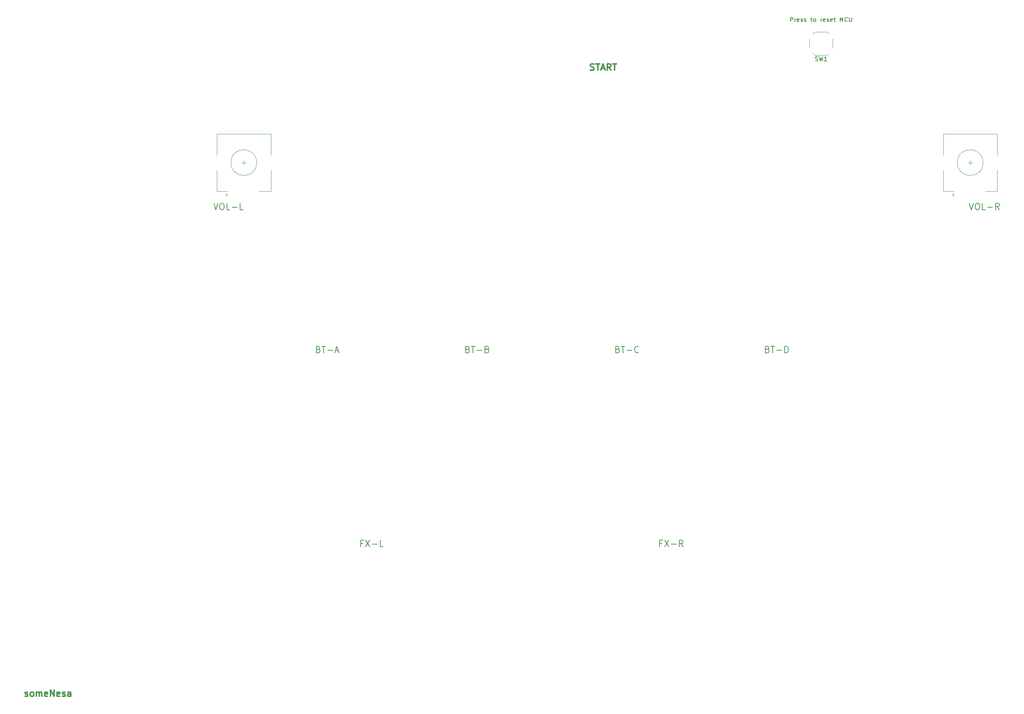
<source format=gbr>
%TF.GenerationSoftware,KiCad,Pcbnew,(6.0.5)*%
%TF.CreationDate,2022-06-07T11:57:36-07:00*%
%TF.ProjectId,sdvx-pcb,73647678-2d70-4636-922e-6b696361645f,rev?*%
%TF.SameCoordinates,Original*%
%TF.FileFunction,Legend,Top*%
%TF.FilePolarity,Positive*%
%FSLAX46Y46*%
G04 Gerber Fmt 4.6, Leading zero omitted, Abs format (unit mm)*
G04 Created by KiCad (PCBNEW (6.0.5)) date 2022-06-07 11:57:36*
%MOMM*%
%LPD*%
G01*
G04 APERTURE LIST*
%ADD10C,0.300000*%
%ADD11C,0.150000*%
%ADD12C,0.120000*%
G04 APERTURE END LIST*
D10*
X144673214Y-51407142D02*
X144887500Y-51478571D01*
X145244642Y-51478571D01*
X145387500Y-51407142D01*
X145458928Y-51335714D01*
X145530357Y-51192857D01*
X145530357Y-51050000D01*
X145458928Y-50907142D01*
X145387500Y-50835714D01*
X145244642Y-50764285D01*
X144958928Y-50692857D01*
X144816071Y-50621428D01*
X144744642Y-50550000D01*
X144673214Y-50407142D01*
X144673214Y-50264285D01*
X144744642Y-50121428D01*
X144816071Y-50050000D01*
X144958928Y-49978571D01*
X145316071Y-49978571D01*
X145530357Y-50050000D01*
X145958928Y-49978571D02*
X146816071Y-49978571D01*
X146387500Y-51478571D02*
X146387500Y-49978571D01*
X147244642Y-51050000D02*
X147958928Y-51050000D01*
X147101785Y-51478571D02*
X147601785Y-49978571D01*
X148101785Y-51478571D01*
X149458928Y-51478571D02*
X148958928Y-50764285D01*
X148601785Y-51478571D02*
X148601785Y-49978571D01*
X149173214Y-49978571D01*
X149316071Y-50050000D01*
X149387500Y-50121428D01*
X149458928Y-50264285D01*
X149458928Y-50478571D01*
X149387500Y-50621428D01*
X149316071Y-50692857D01*
X149173214Y-50764285D01*
X148601785Y-50764285D01*
X149887500Y-49978571D02*
X150744642Y-49978571D01*
X150316071Y-51478571D02*
X150316071Y-49978571D01*
D11*
X161333928Y-161817857D02*
X160833928Y-161817857D01*
X160833928Y-162603571D02*
X160833928Y-161103571D01*
X161548214Y-161103571D01*
X161976785Y-161103571D02*
X162976785Y-162603571D01*
X162976785Y-161103571D02*
X161976785Y-162603571D01*
X163548214Y-162032142D02*
X164691071Y-162032142D01*
X166262500Y-162603571D02*
X165762500Y-161889285D01*
X165405357Y-162603571D02*
X165405357Y-161103571D01*
X165976785Y-161103571D01*
X166119642Y-161175000D01*
X166191071Y-161246428D01*
X166262500Y-161389285D01*
X166262500Y-161603571D01*
X166191071Y-161746428D01*
X166119642Y-161817857D01*
X165976785Y-161889285D01*
X165405357Y-161889285D01*
X91626785Y-161817857D02*
X91126785Y-161817857D01*
X91126785Y-162603571D02*
X91126785Y-161103571D01*
X91841071Y-161103571D01*
X92269642Y-161103571D02*
X93269642Y-162603571D01*
X93269642Y-161103571D02*
X92269642Y-162603571D01*
X93841071Y-162032142D02*
X94983928Y-162032142D01*
X96412500Y-162603571D02*
X95698214Y-162603571D01*
X95698214Y-161103571D01*
X185975892Y-116574107D02*
X186190178Y-116645535D01*
X186261607Y-116716964D01*
X186333035Y-116859821D01*
X186333035Y-117074107D01*
X186261607Y-117216964D01*
X186190178Y-117288392D01*
X186047321Y-117359821D01*
X185475892Y-117359821D01*
X185475892Y-115859821D01*
X185975892Y-115859821D01*
X186118750Y-115931250D01*
X186190178Y-116002678D01*
X186261607Y-116145535D01*
X186261607Y-116288392D01*
X186190178Y-116431250D01*
X186118750Y-116502678D01*
X185975892Y-116574107D01*
X185475892Y-116574107D01*
X186761607Y-115859821D02*
X187618750Y-115859821D01*
X187190178Y-117359821D02*
X187190178Y-115859821D01*
X188118750Y-116788392D02*
X189261607Y-116788392D01*
X189975892Y-117359821D02*
X189975892Y-115859821D01*
X190333035Y-115859821D01*
X190547321Y-115931250D01*
X190690178Y-116074107D01*
X190761607Y-116216964D01*
X190833035Y-116502678D01*
X190833035Y-116716964D01*
X190761607Y-117002678D01*
X190690178Y-117145535D01*
X190547321Y-117288392D01*
X190333035Y-117359821D01*
X189975892Y-117359821D01*
X151050892Y-116574107D02*
X151265178Y-116645535D01*
X151336607Y-116716964D01*
X151408035Y-116859821D01*
X151408035Y-117074107D01*
X151336607Y-117216964D01*
X151265178Y-117288392D01*
X151122321Y-117359821D01*
X150550892Y-117359821D01*
X150550892Y-115859821D01*
X151050892Y-115859821D01*
X151193750Y-115931250D01*
X151265178Y-116002678D01*
X151336607Y-116145535D01*
X151336607Y-116288392D01*
X151265178Y-116431250D01*
X151193750Y-116502678D01*
X151050892Y-116574107D01*
X150550892Y-116574107D01*
X151836607Y-115859821D02*
X152693750Y-115859821D01*
X152265178Y-117359821D02*
X152265178Y-115859821D01*
X153193750Y-116788392D02*
X154336607Y-116788392D01*
X155908035Y-117216964D02*
X155836607Y-117288392D01*
X155622321Y-117359821D01*
X155479464Y-117359821D01*
X155265178Y-117288392D01*
X155122321Y-117145535D01*
X155050892Y-117002678D01*
X154979464Y-116716964D01*
X154979464Y-116502678D01*
X155050892Y-116216964D01*
X155122321Y-116074107D01*
X155265178Y-115931250D01*
X155479464Y-115859821D01*
X155622321Y-115859821D01*
X155836607Y-115931250D01*
X155908035Y-116002678D01*
X116125892Y-116574107D02*
X116340178Y-116645535D01*
X116411607Y-116716964D01*
X116483035Y-116859821D01*
X116483035Y-117074107D01*
X116411607Y-117216964D01*
X116340178Y-117288392D01*
X116197321Y-117359821D01*
X115625892Y-117359821D01*
X115625892Y-115859821D01*
X116125892Y-115859821D01*
X116268750Y-115931250D01*
X116340178Y-116002678D01*
X116411607Y-116145535D01*
X116411607Y-116288392D01*
X116340178Y-116431250D01*
X116268750Y-116502678D01*
X116125892Y-116574107D01*
X115625892Y-116574107D01*
X116911607Y-115859821D02*
X117768750Y-115859821D01*
X117340178Y-117359821D02*
X117340178Y-115859821D01*
X118268750Y-116788392D02*
X119411607Y-116788392D01*
X120625892Y-116574107D02*
X120840178Y-116645535D01*
X120911607Y-116716964D01*
X120983035Y-116859821D01*
X120983035Y-117074107D01*
X120911607Y-117216964D01*
X120840178Y-117288392D01*
X120697321Y-117359821D01*
X120125892Y-117359821D01*
X120125892Y-115859821D01*
X120625892Y-115859821D01*
X120768750Y-115931250D01*
X120840178Y-116002678D01*
X120911607Y-116145535D01*
X120911607Y-116288392D01*
X120840178Y-116431250D01*
X120768750Y-116502678D01*
X120625892Y-116574107D01*
X120125892Y-116574107D01*
X81308035Y-116574107D02*
X81522321Y-116645535D01*
X81593750Y-116716964D01*
X81665178Y-116859821D01*
X81665178Y-117074107D01*
X81593750Y-117216964D01*
X81522321Y-117288392D01*
X81379464Y-117359821D01*
X80808035Y-117359821D01*
X80808035Y-115859821D01*
X81308035Y-115859821D01*
X81450892Y-115931250D01*
X81522321Y-116002678D01*
X81593750Y-116145535D01*
X81593750Y-116288392D01*
X81522321Y-116431250D01*
X81450892Y-116502678D01*
X81308035Y-116574107D01*
X80808035Y-116574107D01*
X82093750Y-115859821D02*
X82950892Y-115859821D01*
X82522321Y-117359821D02*
X82522321Y-115859821D01*
X83450892Y-116788392D02*
X84593750Y-116788392D01*
X85236607Y-116931250D02*
X85950892Y-116931250D01*
X85093750Y-117359821D02*
X85593750Y-115859821D01*
X86093750Y-117359821D01*
X191294642Y-40139880D02*
X191294642Y-39139880D01*
X191675595Y-39139880D01*
X191770833Y-39187500D01*
X191818452Y-39235119D01*
X191866071Y-39330357D01*
X191866071Y-39473214D01*
X191818452Y-39568452D01*
X191770833Y-39616071D01*
X191675595Y-39663690D01*
X191294642Y-39663690D01*
X192294642Y-40139880D02*
X192294642Y-39473214D01*
X192294642Y-39663690D02*
X192342261Y-39568452D01*
X192389880Y-39520833D01*
X192485119Y-39473214D01*
X192580357Y-39473214D01*
X193294642Y-40092261D02*
X193199404Y-40139880D01*
X193008928Y-40139880D01*
X192913690Y-40092261D01*
X192866071Y-39997023D01*
X192866071Y-39616071D01*
X192913690Y-39520833D01*
X193008928Y-39473214D01*
X193199404Y-39473214D01*
X193294642Y-39520833D01*
X193342261Y-39616071D01*
X193342261Y-39711309D01*
X192866071Y-39806547D01*
X193723214Y-40092261D02*
X193818452Y-40139880D01*
X194008928Y-40139880D01*
X194104166Y-40092261D01*
X194151785Y-39997023D01*
X194151785Y-39949404D01*
X194104166Y-39854166D01*
X194008928Y-39806547D01*
X193866071Y-39806547D01*
X193770833Y-39758928D01*
X193723214Y-39663690D01*
X193723214Y-39616071D01*
X193770833Y-39520833D01*
X193866071Y-39473214D01*
X194008928Y-39473214D01*
X194104166Y-39520833D01*
X194532738Y-40092261D02*
X194627976Y-40139880D01*
X194818452Y-40139880D01*
X194913690Y-40092261D01*
X194961309Y-39997023D01*
X194961309Y-39949404D01*
X194913690Y-39854166D01*
X194818452Y-39806547D01*
X194675595Y-39806547D01*
X194580357Y-39758928D01*
X194532738Y-39663690D01*
X194532738Y-39616071D01*
X194580357Y-39520833D01*
X194675595Y-39473214D01*
X194818452Y-39473214D01*
X194913690Y-39520833D01*
X196008928Y-39473214D02*
X196389880Y-39473214D01*
X196151785Y-39139880D02*
X196151785Y-39997023D01*
X196199404Y-40092261D01*
X196294642Y-40139880D01*
X196389880Y-40139880D01*
X196866071Y-40139880D02*
X196770833Y-40092261D01*
X196723214Y-40044642D01*
X196675595Y-39949404D01*
X196675595Y-39663690D01*
X196723214Y-39568452D01*
X196770833Y-39520833D01*
X196866071Y-39473214D01*
X197008928Y-39473214D01*
X197104166Y-39520833D01*
X197151785Y-39568452D01*
X197199404Y-39663690D01*
X197199404Y-39949404D01*
X197151785Y-40044642D01*
X197104166Y-40092261D01*
X197008928Y-40139880D01*
X196866071Y-40139880D01*
X198389880Y-40139880D02*
X198389880Y-39473214D01*
X198389880Y-39663690D02*
X198437500Y-39568452D01*
X198485119Y-39520833D01*
X198580357Y-39473214D01*
X198675595Y-39473214D01*
X199389880Y-40092261D02*
X199294642Y-40139880D01*
X199104166Y-40139880D01*
X199008928Y-40092261D01*
X198961309Y-39997023D01*
X198961309Y-39616071D01*
X199008928Y-39520833D01*
X199104166Y-39473214D01*
X199294642Y-39473214D01*
X199389880Y-39520833D01*
X199437500Y-39616071D01*
X199437500Y-39711309D01*
X198961309Y-39806547D01*
X199818452Y-40092261D02*
X199913690Y-40139880D01*
X200104166Y-40139880D01*
X200199404Y-40092261D01*
X200247023Y-39997023D01*
X200247023Y-39949404D01*
X200199404Y-39854166D01*
X200104166Y-39806547D01*
X199961309Y-39806547D01*
X199866071Y-39758928D01*
X199818452Y-39663690D01*
X199818452Y-39616071D01*
X199866071Y-39520833D01*
X199961309Y-39473214D01*
X200104166Y-39473214D01*
X200199404Y-39520833D01*
X201056547Y-40092261D02*
X200961309Y-40139880D01*
X200770833Y-40139880D01*
X200675595Y-40092261D01*
X200627976Y-39997023D01*
X200627976Y-39616071D01*
X200675595Y-39520833D01*
X200770833Y-39473214D01*
X200961309Y-39473214D01*
X201056547Y-39520833D01*
X201104166Y-39616071D01*
X201104166Y-39711309D01*
X200627976Y-39806547D01*
X201389880Y-39473214D02*
X201770833Y-39473214D01*
X201532738Y-39139880D02*
X201532738Y-39997023D01*
X201580357Y-40092261D01*
X201675595Y-40139880D01*
X201770833Y-40139880D01*
X202866071Y-40139880D02*
X202866071Y-39139880D01*
X203199404Y-39854166D01*
X203532738Y-39139880D01*
X203532738Y-40139880D01*
X204580357Y-40044642D02*
X204532738Y-40092261D01*
X204389880Y-40139880D01*
X204294642Y-40139880D01*
X204151785Y-40092261D01*
X204056547Y-39997023D01*
X204008928Y-39901785D01*
X203961309Y-39711309D01*
X203961309Y-39568452D01*
X204008928Y-39377976D01*
X204056547Y-39282738D01*
X204151785Y-39187500D01*
X204294642Y-39139880D01*
X204389880Y-39139880D01*
X204532738Y-39187500D01*
X204580357Y-39235119D01*
X205008928Y-39139880D02*
X205008928Y-39949404D01*
X205056547Y-40044642D01*
X205104166Y-40092261D01*
X205199404Y-40139880D01*
X205389880Y-40139880D01*
X205485119Y-40092261D01*
X205532738Y-40044642D01*
X205580357Y-39949404D01*
X205580357Y-39139880D01*
D10*
X12899107Y-197457142D02*
X13041964Y-197528571D01*
X13327678Y-197528571D01*
X13470535Y-197457142D01*
X13541964Y-197314285D01*
X13541964Y-197242857D01*
X13470535Y-197100000D01*
X13327678Y-197028571D01*
X13113392Y-197028571D01*
X12970535Y-196957142D01*
X12899107Y-196814285D01*
X12899107Y-196742857D01*
X12970535Y-196600000D01*
X13113392Y-196528571D01*
X13327678Y-196528571D01*
X13470535Y-196600000D01*
X14399107Y-197528571D02*
X14256250Y-197457142D01*
X14184821Y-197385714D01*
X14113392Y-197242857D01*
X14113392Y-196814285D01*
X14184821Y-196671428D01*
X14256250Y-196600000D01*
X14399107Y-196528571D01*
X14613392Y-196528571D01*
X14756250Y-196600000D01*
X14827678Y-196671428D01*
X14899107Y-196814285D01*
X14899107Y-197242857D01*
X14827678Y-197385714D01*
X14756250Y-197457142D01*
X14613392Y-197528571D01*
X14399107Y-197528571D01*
X15541964Y-197528571D02*
X15541964Y-196528571D01*
X15541964Y-196671428D02*
X15613392Y-196600000D01*
X15756250Y-196528571D01*
X15970535Y-196528571D01*
X16113392Y-196600000D01*
X16184821Y-196742857D01*
X16184821Y-197528571D01*
X16184821Y-196742857D02*
X16256250Y-196600000D01*
X16399107Y-196528571D01*
X16613392Y-196528571D01*
X16756250Y-196600000D01*
X16827678Y-196742857D01*
X16827678Y-197528571D01*
X18113392Y-197457142D02*
X17970535Y-197528571D01*
X17684821Y-197528571D01*
X17541964Y-197457142D01*
X17470535Y-197314285D01*
X17470535Y-196742857D01*
X17541964Y-196600000D01*
X17684821Y-196528571D01*
X17970535Y-196528571D01*
X18113392Y-196600000D01*
X18184821Y-196742857D01*
X18184821Y-196885714D01*
X17470535Y-197028571D01*
X18827678Y-197528571D02*
X18827678Y-196028571D01*
X19684821Y-197528571D01*
X19684821Y-196028571D01*
X20970535Y-197457142D02*
X20827678Y-197528571D01*
X20541964Y-197528571D01*
X20399107Y-197457142D01*
X20327678Y-197314285D01*
X20327678Y-196742857D01*
X20399107Y-196600000D01*
X20541964Y-196528571D01*
X20827678Y-196528571D01*
X20970535Y-196600000D01*
X21041964Y-196742857D01*
X21041964Y-196885714D01*
X20327678Y-197028571D01*
X21613392Y-197457142D02*
X21756250Y-197528571D01*
X22041964Y-197528571D01*
X22184821Y-197457142D01*
X22256250Y-197314285D01*
X22256250Y-197242857D01*
X22184821Y-197100000D01*
X22041964Y-197028571D01*
X21827678Y-197028571D01*
X21684821Y-196957142D01*
X21613392Y-196814285D01*
X21613392Y-196742857D01*
X21684821Y-196600000D01*
X21827678Y-196528571D01*
X22041964Y-196528571D01*
X22184821Y-196600000D01*
X23541964Y-197528571D02*
X23541964Y-196742857D01*
X23470535Y-196600000D01*
X23327678Y-196528571D01*
X23041964Y-196528571D01*
X22899107Y-196600000D01*
X23541964Y-197457142D02*
X23399107Y-197528571D01*
X23041964Y-197528571D01*
X22899107Y-197457142D01*
X22827678Y-197314285D01*
X22827678Y-197171428D01*
X22899107Y-197028571D01*
X23041964Y-196957142D01*
X23399107Y-196957142D01*
X23541964Y-196885714D01*
D11*
%TO.C,SW1*%
X197104166Y-49248511D02*
X197247023Y-49296130D01*
X197485119Y-49296130D01*
X197580357Y-49248511D01*
X197627976Y-49200892D01*
X197675595Y-49105654D01*
X197675595Y-49010416D01*
X197627976Y-48915178D01*
X197580357Y-48867559D01*
X197485119Y-48819940D01*
X197294642Y-48772321D01*
X197199404Y-48724702D01*
X197151785Y-48677083D01*
X197104166Y-48581845D01*
X197104166Y-48486607D01*
X197151785Y-48391369D01*
X197199404Y-48343750D01*
X197294642Y-48296130D01*
X197532738Y-48296130D01*
X197675595Y-48343750D01*
X198008928Y-48296130D02*
X198247023Y-49296130D01*
X198437500Y-48581845D01*
X198627976Y-49296130D01*
X198866071Y-48296130D01*
X199770833Y-49296130D02*
X199199404Y-49296130D01*
X199485119Y-49296130D02*
X199485119Y-48296130D01*
X199389880Y-48438988D01*
X199294642Y-48534226D01*
X199199404Y-48581845D01*
%TO.C,VOL-R*%
X232966071Y-82522321D02*
X233466071Y-84022321D01*
X233966071Y-82522321D01*
X234751785Y-82522321D02*
X235037500Y-82522321D01*
X235180357Y-82593750D01*
X235323214Y-82736607D01*
X235394642Y-83022321D01*
X235394642Y-83522321D01*
X235323214Y-83808035D01*
X235180357Y-83950892D01*
X235037500Y-84022321D01*
X234751785Y-84022321D01*
X234608928Y-83950892D01*
X234466071Y-83808035D01*
X234394642Y-83522321D01*
X234394642Y-83022321D01*
X234466071Y-82736607D01*
X234608928Y-82593750D01*
X234751785Y-82522321D01*
X236751785Y-84022321D02*
X236037500Y-84022321D01*
X236037500Y-82522321D01*
X237251785Y-83450892D02*
X238394642Y-83450892D01*
X239966071Y-84022321D02*
X239466071Y-83308035D01*
X239108928Y-84022321D02*
X239108928Y-82522321D01*
X239680357Y-82522321D01*
X239823214Y-82593750D01*
X239894642Y-82665178D01*
X239966071Y-82808035D01*
X239966071Y-83022321D01*
X239894642Y-83165178D01*
X239823214Y-83236607D01*
X239680357Y-83308035D01*
X239108928Y-83308035D01*
%TO.C,VOL-L*%
X56896428Y-82522321D02*
X57396428Y-84022321D01*
X57896428Y-82522321D01*
X58682142Y-82522321D02*
X58967857Y-82522321D01*
X59110714Y-82593750D01*
X59253571Y-82736607D01*
X59325000Y-83022321D01*
X59325000Y-83522321D01*
X59253571Y-83808035D01*
X59110714Y-83950892D01*
X58967857Y-84022321D01*
X58682142Y-84022321D01*
X58539285Y-83950892D01*
X58396428Y-83808035D01*
X58325000Y-83522321D01*
X58325000Y-83022321D01*
X58396428Y-82736607D01*
X58539285Y-82593750D01*
X58682142Y-82522321D01*
X60682142Y-84022321D02*
X59967857Y-84022321D01*
X59967857Y-82522321D01*
X61182142Y-83450892D02*
X62325000Y-83450892D01*
X63753571Y-84022321D02*
X63039285Y-84022321D01*
X63039285Y-82522321D01*
D12*
%TO.C,SW1*%
X196987500Y-47963750D02*
X196497500Y-47473750D01*
X195717500Y-44203750D02*
X195717500Y-46283750D01*
X199887500Y-42523750D02*
X196987500Y-42523750D01*
X201157500Y-44203750D02*
X201157500Y-46283750D01*
X199887500Y-47963750D02*
X196987500Y-47963750D01*
X199887500Y-47963750D02*
X200377500Y-47473750D01*
X196987500Y-42523750D02*
X196497500Y-43013750D01*
X199887500Y-42523750D02*
X200377500Y-43013750D01*
%TO.C,VOL-R*%
X239506250Y-74825000D02*
X239506250Y-79725000D01*
X226906250Y-79725000D02*
X229406250Y-79725000D01*
X226906250Y-74925000D02*
X226906250Y-79725000D01*
X239506250Y-79725000D02*
X236706250Y-79725000D01*
X229106250Y-80825000D02*
X229106250Y-80225000D01*
X239506250Y-66325000D02*
X239506250Y-71225000D01*
X226906250Y-71225000D02*
X226906250Y-66325000D01*
X229406250Y-80525000D02*
X229106250Y-80825000D01*
X232706250Y-73025000D02*
X233706250Y-73025000D01*
X226906250Y-66325000D02*
X239506250Y-66325000D01*
X233206250Y-73525000D02*
X233206250Y-72525000D01*
X229106250Y-80225000D02*
X229406250Y-80525000D01*
X236206250Y-73025000D02*
G75*
G03*
X236206250Y-73025000I-3000000J0D01*
G01*
%TO.C,VOL-L*%
X66893750Y-73025000D02*
G75*
G03*
X66893750Y-73025000I-3000000J0D01*
G01*
X60093750Y-80525000D02*
X59793750Y-80825000D01*
X63393750Y-73025000D02*
X64393750Y-73025000D01*
X63893750Y-73525000D02*
X63893750Y-72525000D01*
X70193750Y-66325000D02*
X70193750Y-71225000D01*
X70193750Y-74825000D02*
X70193750Y-79725000D01*
X57593750Y-66325000D02*
X70193750Y-66325000D01*
X57593750Y-71225000D02*
X57593750Y-66325000D01*
X70193750Y-79725000D02*
X67393750Y-79725000D01*
X57593750Y-74925000D02*
X57593750Y-79725000D01*
X59793750Y-80825000D02*
X59793750Y-80225000D01*
X59793750Y-80225000D02*
X60093750Y-80525000D01*
X57593750Y-79725000D02*
X60093750Y-79725000D01*
%TD*%
M02*

</source>
